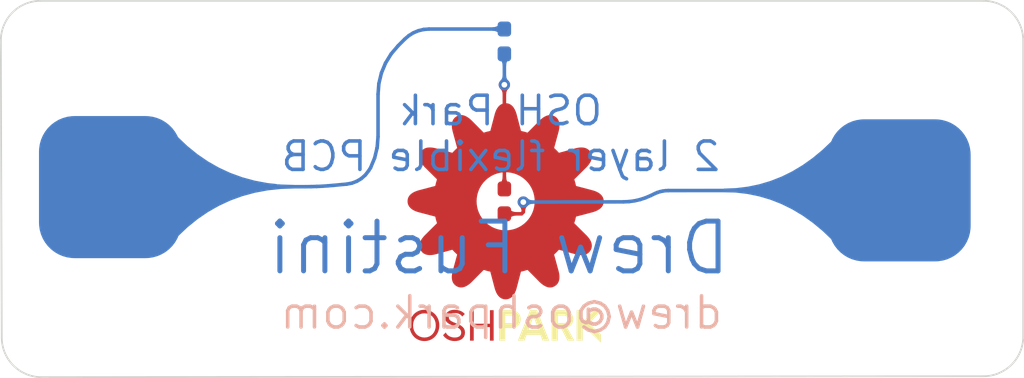
<source format=kicad_pcb>
(kicad_pcb (version 20171130) (host pcbnew 5.1.5-52549c5~84~ubuntu19.04.1)

  (general
    (thickness 1.6)
    (drawings 12)
    (tracks 55)
    (zones 0)
    (modules 5)
    (nets 4)
  )

  (page A4)
  (layers
    (0 F.Cu signal)
    (31 B.Cu signal)
    (32 B.Adhes user)
    (33 F.Adhes user)
    (34 B.Paste user)
    (35 F.Paste user)
    (36 B.SilkS user)
    (37 F.SilkS user)
    (38 B.Mask user)
    (39 F.Mask user)
    (40 Dwgs.User user)
    (41 Cmts.User user)
    (42 Eco1.User user)
    (43 Eco2.User user)
    (44 Edge.Cuts user)
    (45 Margin user)
    (46 B.CrtYd user)
    (47 F.CrtYd user)
    (48 B.Fab user)
    (49 F.Fab user)
  )

  (setup
    (last_trace_width 0.25)
    (trace_clearance 0.2)
    (zone_clearance 0.508)
    (zone_45_only no)
    (trace_min 0.2)
    (via_size 0.8)
    (via_drill 0.4)
    (via_min_size 0.4)
    (via_min_drill 0.3)
    (uvia_size 0.3)
    (uvia_drill 0.1)
    (uvias_allowed no)
    (uvia_min_size 0.2)
    (uvia_min_drill 0.1)
    (edge_width 0.05)
    (segment_width 0.2)
    (pcb_text_width 0.3)
    (pcb_text_size 1.5 1.5)
    (mod_edge_width 0.12)
    (mod_text_size 1 1)
    (mod_text_width 0.15)
    (pad_size 1.524 1.524)
    (pad_drill 0.762)
    (pad_to_mask_clearance 0.051)
    (solder_mask_min_width 0.25)
    (aux_axis_origin 0 0)
    (visible_elements FFFFFF7F)
    (pcbplotparams
      (layerselection 0x010fc_ffffffff)
      (usegerberextensions false)
      (usegerberattributes false)
      (usegerberadvancedattributes false)
      (creategerberjobfile false)
      (excludeedgelayer true)
      (linewidth 0.100000)
      (plotframeref false)
      (viasonmask false)
      (mode 1)
      (useauxorigin false)
      (hpglpennumber 1)
      (hpglpenspeed 20)
      (hpglpendiameter 15.000000)
      (psnegative false)
      (psa4output false)
      (plotreference true)
      (plotvalue true)
      (plotinvisibletext false)
      (padsonsilk false)
      (subtractmaskfromsilk false)
      (outputformat 1)
      (mirror false)
      (drillshape 1)
      (scaleselection 1)
      (outputdirectory ""))
  )

  (net 0 "")
  (net 1 GND)
  (net 2 "Net-(D1-Pad2)")
  (net 3 +3V3)

  (net_class Default "This is the default net class."
    (clearance 0.2)
    (trace_width 0.25)
    (via_dia 0.8)
    (via_drill 0.4)
    (uvia_dia 0.3)
    (uvia_drill 0.1)
    (add_net +3V3)
    (add_net GND)
    (add_net "Net-(D1-Pad2)")
  )

  (module touch:TestPoint_Pad_4.0x4.0mm (layer B.Cu) (tedit 5DF7CA08) (tstamp 5DF409A2)
    (at 181.2925 53.975)
    (descr "SMD rectangular pad as test Point, square 4.0mm side length")
    (tags "test point SMD pad rectangle square")
    (path /5DF4886B)
    (attr virtual)
    (fp_text reference J2 (at 0 2.898) (layer B.SilkS) hide
      (effects (font (size 1 1) (thickness 0.15)) (justify mirror))
    )
    (fp_text value Conn_01x01_Female (at 0 -3.1) (layer B.Fab)
      (effects (font (size 1 1) (thickness 0.15)) (justify mirror))
    )
    (fp_text user %R (at 0 2.9) (layer B.Fab)
      (effects (font (size 1 1) (thickness 0.15)) (justify mirror))
    )
    (fp_line (start -2.5 2.5) (end 2.5 2.5) (layer B.CrtYd) (width 0.05))
    (fp_line (start -2.5 2.5) (end -2.5 -2.5) (layer B.CrtYd) (width 0.05))
    (fp_line (start 2.5 -2.5) (end 2.5 2.5) (layer B.CrtYd) (width 0.05))
    (fp_line (start 2.5 -2.5) (end -2.5 -2.5) (layer B.CrtYd) (width 0.05))
    (pad 1 smd roundrect (at 0 0) (size 10 10) (layers B.Cu B.Mask) (roundrect_rratio 0.25)
      (net 1 GND))
  )

  (module touch:TestPoint_Pad_4.0x4.0mm (layer B.Cu) (tedit 5DF7C9E5) (tstamp 5DF40995)
    (at 125.73 53.7464)
    (descr "SMD rectangular pad as test Point, square 4.0mm side length")
    (tags "test point SMD pad rectangle square")
    (path /5DF48217)
    (attr virtual)
    (fp_text reference J1 (at 0 2.898) (layer B.SilkS) hide
      (effects (font (size 1 1) (thickness 0.15)) (justify mirror))
    )
    (fp_text value Conn_01x01_Female (at 0 -3.1) (layer B.Fab)
      (effects (font (size 1 1) (thickness 0.15)) (justify mirror))
    )
    (fp_line (start 2.5 -2.5) (end -2.5 -2.5) (layer B.CrtYd) (width 0.05))
    (fp_line (start 2.5 -2.5) (end 2.5 2.5) (layer B.CrtYd) (width 0.05))
    (fp_line (start -2.5 2.5) (end -2.5 -2.5) (layer B.CrtYd) (width 0.05))
    (fp_line (start -2.5 2.5) (end 2.5 2.5) (layer B.CrtYd) (width 0.05))
    (fp_text user %R (at 0 2.9) (layer B.Fab)
      (effects (font (size 1 1) (thickness 0.15)) (justify mirror))
    )
    (pad 1 smd roundrect (at 0 0) (size 10 10) (layers B.Cu B.Mask) (roundrect_rratio 0.25)
      (net 3 +3V3))
  )

  (module Resistor_SMD:R_0603_1608Metric_Pad1.05x0.95mm_HandSolder (layer B.Cu) (tedit 5DF7C9BB) (tstamp 5DF3FEFD)
    (at 153.4795 43.4975 90)
    (descr "Resistor SMD 0603 (1608 Metric), square (rectangular) end terminal, IPC_7351 nominal with elongated pad for handsoldering. (Body size source: http://www.tortai-tech.com/upload/download/2011102023233369053.pdf), generated with kicad-footprint-generator")
    (tags "resistor handsolder")
    (path /5DF4085C)
    (attr smd)
    (fp_text reference R1 (at 0 1.43 270) (layer B.SilkS) hide
      (effects (font (size 1 1) (thickness 0.15)) (justify mirror))
    )
    (fp_text value R (at 0 -1.43 270) (layer B.Fab)
      (effects (font (size 1 1) (thickness 0.15)) (justify mirror))
    )
    (fp_line (start -0.8 -0.4) (end -0.8 0.4) (layer B.Fab) (width 0.1))
    (fp_line (start -0.8 0.4) (end 0.8 0.4) (layer B.Fab) (width 0.1))
    (fp_line (start 0.8 0.4) (end 0.8 -0.4) (layer B.Fab) (width 0.1))
    (fp_line (start 0.8 -0.4) (end -0.8 -0.4) (layer B.Fab) (width 0.1))
    (fp_line (start -1.65 -0.73) (end -1.65 0.73) (layer B.CrtYd) (width 0.05))
    (fp_line (start -1.65 0.73) (end 1.65 0.73) (layer B.CrtYd) (width 0.05))
    (fp_line (start 1.65 0.73) (end 1.65 -0.73) (layer B.CrtYd) (width 0.05))
    (fp_line (start 1.65 -0.73) (end -1.65 -0.73) (layer B.CrtYd) (width 0.05))
    (fp_text user %R (at 0 0 270) (layer B.Fab) hide
      (effects (font (size 0.4 0.4) (thickness 0.06)) (justify mirror))
    )
    (pad 1 smd roundrect (at -0.875 0 90) (size 1.05 0.95) (layers B.Cu B.Paste B.Mask) (roundrect_rratio 0.25)
      (net 2 "Net-(D1-Pad2)"))
    (pad 2 smd roundrect (at 0.875 0 90) (size 1.05 0.95) (layers B.Cu B.Paste B.Mask) (roundrect_rratio 0.25)
      (net 3 +3V3))
    (model ${KISYS3DMOD}/Resistor_SMD.3dshapes/R_0603_1608Metric.wrl
      (at (xyz 0 0 0))
      (scale (xyz 1 1 1))
      (rotate (xyz 0 0 0))
    )
  )

  (module LED_SMD:LED_0603_1608Metric_Pad1.05x0.95mm_HandSolder (layer F.Cu) (tedit 5DF7C974) (tstamp 5DF3FC46)
    (at 153.4795 54.751 90)
    (descr "LED SMD 0603 (1608 Metric), square (rectangular) end terminal, IPC_7351 nominal, (Body size source: http://www.tortai-tech.com/upload/download/2011102023233369053.pdf), generated with kicad-footprint-generator")
    (tags "LED handsolder")
    (path /5DF40B3F)
    (attr smd)
    (fp_text reference D1 (at 0.014 -1.43 90) (layer F.SilkS) hide
      (effects (font (size 1 1) (thickness 0.15)))
    )
    (fp_text value LED (at 0 1.43 90) (layer F.Fab) hide
      (effects (font (size 1 1) (thickness 0.15)))
    )
    (fp_line (start 0.8 -0.4) (end -0.5 -0.4) (layer F.Fab) (width 0.1))
    (fp_line (start -0.5 -0.4) (end -0.8 -0.1) (layer F.Fab) (width 0.1))
    (fp_line (start -0.8 -0.1) (end -0.8 0.4) (layer F.Fab) (width 0.1))
    (fp_line (start -0.8 0.4) (end 0.8 0.4) (layer F.Fab) (width 0.1))
    (fp_line (start 0.8 0.4) (end 0.8 -0.4) (layer F.Fab) (width 0.1))
    (fp_line (start -1.65 0.73) (end -1.65 -0.73) (layer F.CrtYd) (width 0.05))
    (fp_line (start -1.65 -0.73) (end 1.65 -0.73) (layer F.CrtYd) (width 0.05))
    (fp_line (start 1.65 -0.73) (end 1.65 0.73) (layer F.CrtYd) (width 0.05))
    (fp_line (start 1.65 0.73) (end -1.65 0.73) (layer F.CrtYd) (width 0.05))
    (pad 1 smd roundrect (at -0.875 0 90) (size 1.05 0.95) (layers F.Cu F.Paste F.Mask) (roundrect_rratio 0.25)
      (net 1 GND))
    (pad 2 smd roundrect (at 0.875 0 90) (size 1.05 0.95) (layers F.Cu F.Paste F.Mask) (roundrect_rratio 0.25)
      (net 2 "Net-(D1-Pad2)"))
    (model ${KISYS3DMOD}/LED_SMD.3dshapes/LED_0603_1608Metric.wrl
      (at (xyz 0 0 0))
      (scale (xyz 1 1 1))
      (rotate (xyz 0 0 0))
    )
  )

  (module afterdark:OSH_small_copper-mask (layer F.Cu) (tedit 5DF3FF89) (tstamp 5DF45F50)
    (at 153.5684 56.2864)
    (descr "Imported from OSHPARK.svg")
    (tags svg2mod)
    (attr smd)
    (fp_text reference OSH_small (at 0 -11.457835) (layer F.Cu) hide
      (effects (font (size 1.524 1.524) (thickness 0.3048)))
    )
    (fp_text value G*** (at 0 11.457835) (layer F.Cu) hide
      (effects (font (size 1.524 1.524) (thickness 0.3048)))
    )
    (fp_poly (pts (xy -5.71389 8.295375) (xy -5.71389 8.046425) (xy -5.88469 8.029425) (xy -6.03947 7.980425)
      (xy -6.17614 7.902625) (xy -6.29262 7.799265) (xy -6.38682 7.673515) (xy -6.45672 7.528545)
      (xy -6.50022 7.367545) (xy -6.51512 7.193705) (xy -6.50022 7.019865) (xy -6.45672 6.858865)
      (xy -6.38682 6.713895) (xy -6.29262 6.588145) (xy -6.17614 6.484785) (xy -6.03947 6.406985)
      (xy -5.88469 6.357985) (xy -5.71389 6.340985) (xy -5.54238 6.357985) (xy -5.38754 6.406985)
      (xy -5.25128 6.484785) (xy -5.13551 6.588145) (xy -5.04211 6.713895) (xy -4.97301 6.858865)
      (xy -4.93021 7.019865) (xy -4.91551 7.193705) (xy -4.93021 7.367545) (xy -4.97301 7.528545)
      (xy -5.04211 7.673515) (xy -5.13551 7.799265) (xy -5.25128 7.902625) (xy -5.38754 7.980425)
      (xy -5.54238 8.029425) (xy -5.71389 8.046425) (xy -5.71389 8.295375) (xy -5.60215 8.289375)
      (xy -5.49471 8.272675) (xy -5.39197 8.245575) (xy -5.29437 8.208575) (xy -5.20217 8.162275)
      (xy -5.11587 8.107175) (xy -5.03597 8.043775) (xy -4.96277 7.972775) (xy -4.89667 7.894575)
      (xy -4.83807 7.809775) (xy -4.78737 7.718975) (xy -4.74497 7.622675) (xy -4.71127 7.521405)
      (xy -4.68667 7.415745) (xy -4.67167 7.306225) (xy -4.66667 7.193415) (xy -4.67167 7.080595)
      (xy -4.68667 6.971085) (xy -4.71127 6.865415) (xy -4.74497 6.764145) (xy -4.78737 6.667845)
      (xy -4.83807 6.577045) (xy -4.89667 6.492245) (xy -4.96277 6.414045) (xy -5.03597 6.342945)
      (xy -5.11587 6.279545) (xy -5.20217 6.224445) (xy -5.29437 6.178145) (xy -5.39197 6.141145)
      (xy -5.49471 6.114045) (xy -5.60215 6.097345) (xy -5.71389 6.091345) (xy -5.82609 6.097345)
      (xy -5.93388 6.114045) (xy -6.03687 6.141145) (xy -6.13467 6.178145) (xy -6.22687 6.224445)
      (xy -6.31307 6.279545) (xy -6.39297 6.342945) (xy -6.46607 6.414045) (xy -6.53207 6.492245)
      (xy -6.59047 6.577045) (xy -6.64097 6.667845) (xy -6.68317 6.764145) (xy -6.71667 6.865415)
      (xy -6.74107 6.971085) (xy -6.75597 7.080595) (xy -6.76097 7.193415) (xy -6.75597 7.306225)
      (xy -6.74107 7.415745) (xy -6.71667 7.521405) (xy -6.68317 7.622675) (xy -6.64097 7.718975)
      (xy -6.59047 7.809775) (xy -6.53207 7.894575) (xy -6.46607 7.972775) (xy -6.39297 8.043775)
      (xy -6.31307 8.107175) (xy -6.22687 8.162275) (xy -6.13467 8.208575) (xy -6.03687 8.245575)
      (xy -5.93388 8.272675) (xy -5.82609 8.289375) (xy -5.71389 8.295375)) (layer F.Mask) (width 0))
    (fp_poly (pts (xy -1.10433 6.120635) (xy -1.10433 7.076375) (xy -2.24607 7.076375) (xy -2.24607 6.120635)
      (xy -2.50646 6.120635) (xy -2.50646 8.266755) (xy -2.24607 8.266755) (xy -2.24607 7.311015)
      (xy -1.10433 7.311015) (xy -1.10433 8.266755) (xy -0.84394 8.266755) (xy -0.84394 6.120635)
      (xy -1.10433 6.120635)) (layer F.Mask) (width 0))
    (fp_poly (pts (xy -3.5907 8.295375) (xy -3.44187 8.286375) (xy -3.30406 8.258975) (xy -3.18001 8.212975)
      (xy -3.07241 8.147975) (xy -2.98401 8.063675) (xy -2.91751 7.959725) (xy -2.87561 7.835805)
      (xy -2.86101 7.691555) (xy -2.87691 7.552235) (xy -2.92141 7.434915) (xy -2.98981 7.336615)
      (xy -3.07751 7.254415) (xy -3.17982 7.185415) (xy -3.29208 7.126615) (xy -3.52784 7.027715)
      (xy -3.70664 6.955515) (xy -3.85727 6.872815) (xy -3.91627 6.823915) (xy -3.96127 6.768115)
      (xy -3.98997 6.703915) (xy -4.00007 6.629915) (xy -3.99207 6.554915) (xy -3.96807 6.490615)
      (xy -3.93017 6.436915) (xy -3.88027 6.393515) (xy -3.82017 6.360115) (xy -3.75177 6.336615)
      (xy -3.67677 6.322615) (xy -3.59697 6.317615) (xy -3.50107 6.322615) (xy -3.41297 6.336315)
      (xy -3.33277 6.358215) (xy -3.26037 6.387715) (xy -3.19597 6.424015) (xy -3.13947 6.466415)
      (xy -3.05047 6.566885) (xy -2.87592 6.389475) (xy -2.93462 6.327375) (xy -3.00322 6.270575)
      (xy -3.08132 6.219875) (xy -3.16862 6.176275) (xy -3.26472 6.140775) (xy -3.36936 6.114275)
      (xy -3.48217 6.097675) (xy -3.60284 6.091675) (xy -3.73476 6.100675) (xy -3.85823 6.127675)
      (xy -3.97043 6.172275) (xy -4.06853 6.234275) (xy -4.14973 6.313275) (xy -4.21123 6.408975)
      (xy -4.25023 6.521165) (xy -4.26383 6.649475) (xy -4.24983 6.769025) (xy -4.21043 6.869725)
      (xy -4.14943 6.954225) (xy -4.07063 7.025125) (xy -3.97793 7.085025) (xy -3.87509 7.136525)
      (xy -3.6543 7.224725) (xy -3.4565 7.304325) (xy -3.3666 7.348925) (xy -3.2866 7.399625)
      (xy -3.2195 7.458525) (xy -3.1682 7.527725) (xy -3.1357 7.609325) (xy -3.1249 7.705425)
      (xy -3.1349 7.789025) (xy -3.1618 7.860025) (xy -3.2038 7.918825) (xy -3.2593 7.965825)
      (xy -3.3266 8.001625) (xy -3.404 8.026625) (xy -3.4899 8.041225) (xy -3.5826 8.046225)
      (xy -3.69075 8.039225) (xy -3.79323 8.020125) (xy -3.88863 7.989225) (xy -3.97563 7.947425)
      (xy -4.05283 7.895625) (xy -4.11893 7.834625) (xy -4.17243 7.765125) (xy -4.21203 7.688125)
      (xy -4.40088 7.879845) (xy -4.33778 7.967545) (xy -4.26108 8.047345) (xy -4.17208 8.118045)
      (xy -4.07218 8.178545) (xy -3.96276 8.227645) (xy -3.84518 8.264145) (xy -3.72084 8.286945)
      (xy -3.59109 8.294945) (xy -3.5907 8.295375)) (layer F.Mask) (width 0))
    (fp_poly (pts (xy 0.00118 -8.409695) (xy 0.00043 -3.623025) (xy 0.21316 -3.612325) (xy 0.41974 -3.580825)
      (xy 0.61914 -3.529525) (xy 0.81031 -3.459525) (xy 0.99219 -3.371925) (xy 1.16375 -3.267695)
      (xy 1.32394 -3.147905) (xy 1.4717 -3.013605) (xy 1.606 -2.865845) (xy 1.72579 -2.705655)
      (xy 1.83001 -2.534105) (xy 1.91761 -2.352215) (xy 1.98761 -2.161055) (xy 2.03891 -1.961655)
      (xy 2.07041 -1.755065) (xy 2.08111 -1.542335) (xy 2.07041 -1.329495) (xy 2.03891 -1.122805)
      (xy 1.98771 -0.923315) (xy 1.91781 -0.732055) (xy 1.83021 -0.550075) (xy 1.726 -0.378435)
      (xy 1.60622 -0.218175) (xy 1.47192 -0.070335) (xy 1.32415 0.064025) (xy 1.16396 0.183875)
      (xy 0.99238 0.288155) (xy 0.81047 0.375855) (xy 0.61928 0.445855) (xy 0.41984 0.497155)
      (xy 0.21321 0.528655) (xy 0.00043 0.539455) (xy -0.21235 0.528655) (xy -0.41897 0.497155)
      (xy -0.6184 0.445855) (xy -0.80958 0.375855) (xy -0.99147 0.288155) (xy -1.16302 0.183875)
      (xy -1.3232 0.064025) (xy -1.47095 -0.070335) (xy -1.60524 -0.218175) (xy -1.72501 -0.378435)
      (xy -1.82922 -0.550075) (xy -1.91682 -0.732055) (xy -1.98682 -0.923315) (xy -2.03812 -1.122805)
      (xy -2.06962 -1.329495) (xy -2.08032 -1.542335) (xy -2.06962 -1.755065) (xy -2.03812 -1.961655)
      (xy -1.98682 -2.161055) (xy -1.91682 -2.352215) (xy -1.82922 -2.534105) (xy -1.72501 -2.705655)
      (xy -1.60524 -2.865845) (xy -1.47095 -3.013605) (xy -1.3232 -3.147905) (xy -1.16302 -3.267695)
      (xy -0.99147 -3.371925) (xy -0.80958 -3.459525) (xy -0.6184 -3.529525) (xy -0.41897 -3.580825)
      (xy -0.21235 -3.612325) (xy 0.00043 -3.623025) (xy 0.00118 -8.409695) (xy -0.14129 -8.393995)
      (xy -0.2674 -8.349495) (xy -0.378 -8.279795) (xy -0.4739 -8.188495) (xy -0.556 -8.079355)
      (xy -0.6251 -7.956025) (xy -0.6821 -7.822195) (xy -0.7278 -7.681515) (xy -1.04856 -6.462625)
      (xy -1.30304 -6.403425) (xy -1.55293 -6.331225) (xy -2.43795 -7.223815) (xy -2.5541 -7.325575)
      (xy -2.67331 -7.414275) (xy -2.79523 -7.486675) (xy -2.91953 -7.539575) (xy -3.04586 -7.569675)
      (xy -3.17388 -7.573675) (xy -3.30323 -7.548275) (xy -3.43358 -7.490275) (xy -3.54913 -7.405275)
      (xy -3.63603 -7.303485) (xy -3.69693 -7.187695) (xy -3.73433 -7.060655) (xy -3.75073 -6.925095)
      (xy -3.74873 -6.783755) (xy -3.73103 -6.639375) (xy -3.70003 -6.494705) (xy -3.36893 -5.282225)
      (xy -3.55878 -5.102185) (xy -3.73879 -4.912505) (xy -4.95156 -5.242875) (xy -5.10317 -5.273475)
      (xy -5.25088 -5.290975) (xy -5.39277 -5.292975) (xy -5.5269 -5.276575) (xy -5.65135 -5.239375)
      (xy -5.76419 -5.178675) (xy -5.86349 -5.091975) (xy -5.94729 -4.976645) (xy -6.00489 -4.845335)
      (xy -6.02929 -4.713775) (xy -6.02429 -4.583095) (xy -5.99309 -4.454385) (xy -5.93949 -4.328745)
      (xy -5.86709 -4.207285) (xy -5.77959 -4.091105) (xy -5.68049 -3.981305) (xy -4.78848 -3.096875)
      (xy -4.86248 -2.846755) (xy -4.92388 -2.591195) (xy -6.13913 -2.271315) (xy -6.28557 -2.221815)
      (xy -6.42211 -2.163015) (xy -6.54579 -2.093715) (xy -6.65364 -2.012515) (xy -6.74264 -1.918115)
      (xy -6.80994 -1.809295) (xy -6.85244 -1.684715) (xy -6.86724 -1.543065) (xy -6.85154 -1.400675)
      (xy -6.80704 -1.274595) (xy -6.73724 -1.163985) (xy -6.64594 -1.068085) (xy -6.5368 -0.985985)
      (xy -6.41347 -0.916885) (xy -6.27964 -0.859985) (xy -6.13897 -0.814385) (xy -4.92372 -0.494365)
      (xy -4.86232 -0.239235) (xy -4.78842 0.010885) (xy -5.68043 0.895605) (xy -5.78261 1.011585)
      (xy -5.87161 1.130695) (xy -5.94411 1.252585) (xy -5.99701 1.376885) (xy -6.02701 1.503265)
      (xy -6.03101 1.631355) (xy -6.00551 1.760795) (xy -5.94741 1.891235) (xy -5.86251 2.006695)
      (xy -5.76079 2.093495) (xy -5.64502 2.154295) (xy -5.51794 2.191595) (xy -5.38232 2.207995)
      (xy -5.24091 2.205995) (xy -5.09648 2.188395) (xy -4.95178 2.157595) (xy -3.73916 1.826495)
      (xy -3.55915 2.015885) (xy -3.36929 2.196065) (xy -3.70039 3.409125) (xy -3.73109 3.560565)
      (xy -3.74869 3.708175) (xy -3.75069 3.850005) (xy -3.73429 3.984105) (xy -3.69709 4.108515)
      (xy -3.63639 4.221295) (xy -3.54959 4.320495) (xy -3.43416 4.404195) (xy -3.30285 4.461895)
      (xy -3.17132 4.486395) (xy -3.04066 4.481395) (xy -2.91197 4.450195) (xy -2.78636 4.396595)
      (xy -2.66492 4.324295) (xy -2.54876 4.236795) (xy -2.43897 4.137795) (xy -1.55409 3.245195)
      (xy -1.30401 3.319295) (xy -1.0487 3.380995) (xy -0.72882 4.596245) (xy -0.67942 4.742405)
      (xy -0.62072 4.878745) (xy -0.55142 5.002265) (xy -0.47012 5.110005) (xy -0.37562 5.199005)
      (xy -0.26663 5.266305) (xy -0.14183 5.308805) (xy 0.0001 5.323605) (xy 0.1423 5.307905)
      (xy 0.26821 5.263405) (xy 0.37868 5.193705) (xy 0.47448 5.102505) (xy 0.55658 4.993495)
      (xy 0.62568 4.870315) (xy 0.68268 4.736655) (xy 0.72838 4.596185) (xy 1.04825 3.380645)
      (xy 1.30343 3.319445) (xy 1.55379 3.245445) (xy 2.43852 4.137905) (xy 2.55442 4.240085)
      (xy 2.67348 4.329085) (xy 2.79535 4.401685) (xy 2.91965 4.454585) (xy 3.04602 4.484585)
      (xy 3.17409 4.488585) (xy 3.30349 4.462985) (xy 3.43386 4.404785) (xy 3.5493 4.319985)
      (xy 3.6361 4.218365) (xy 3.6969 4.102685) (xy 3.7342 3.975695) (xy 3.7507 3.840155)
      (xy 3.7487 3.698805) (xy 3.7312 3.554415) (xy 3.7006 3.409725) (xy 3.36921 2.196675)
      (xy 3.55866 2.016495) (xy 3.73849 1.827095) (xy 4.95155 2.158195) (xy 5.10316 2.188595)
      (xy 5.25086 2.205995) (xy 5.39274 2.207995) (xy 5.52685 2.191495) (xy 5.65126 2.154195)
      (xy 5.76405 2.093495) (xy 5.86325 2.006695) (xy 5.94695 1.891265) (xy 6.00455 1.759975)
      (xy 6.02895 1.628485) (xy 6.02395 1.497875) (xy 5.99275 1.369255) (xy 5.93915 1.243685)
      (xy 5.86685 1.122265) (xy 5.77935 1.006085) (xy 5.68035 0.896225) (xy 4.78804 0.011495)
      (xy 4.86214 -0.238625) (xy 4.92344 -0.493755) (xy 6.13868 -0.813785) (xy 6.28522 -0.863185)
      (xy 6.42183 -0.921885) (xy 6.54556 -0.991285) (xy 6.65344 -1.072585) (xy 6.74254 -1.167085)
      (xy 6.80984 -1.276075) (xy 6.85244 -1.400845) (xy 6.86724 -1.542705) (xy 6.85194 -1.684715)
      (xy 6.80764 -1.810495) (xy 6.73804 -1.920855) (xy 6.64694 -2.016655) (xy 6.53789 -2.098655)
      (xy 6.41461 -2.167755) (xy 6.2808 -2.224755) (xy 6.14013 -2.270455) (xy 4.92488 -2.590335)
      (xy 4.86358 -2.845855) (xy 4.78948 -3.095735) (xy 5.68179 -3.980895) (xy 5.78395 -4.096695)
      (xy 5.87285 -4.215675) (xy 5.94535 -4.337485) (xy 5.99815 -4.461745) (xy 6.02805 -4.588095)
      (xy 6.03205 -4.716185) (xy 6.00655 -4.845635) (xy 5.94845 -4.976085) (xy 5.86365 -5.091375)
      (xy 5.76206 -5.178075) (xy 5.64641 -5.238875) (xy 5.51943 -5.276175) (xy 5.38387 -5.292675)
      (xy 5.24246 -5.290675) (xy 5.09796 -5.273075) (xy 4.9531 -5.242275) (xy 3.74019 -4.911755)
      (xy 3.5604 -5.101105) (xy 3.3712 -5.281035) (xy 3.70215 -6.493945) (xy 3.73265 -6.645465)
      (xy 3.75005 -6.793085) (xy 3.75205 -6.934915) (xy 3.73565 -7.069005) (xy 3.69835 -7.193445)
      (xy 3.63755 -7.306295) (xy 3.55075 -7.405695) (xy 3.43522 -7.489595) (xy 3.30408 -7.547095)
      (xy 3.17265 -7.571395) (xy 3.04204 -7.566395) (xy 2.91335 -7.535095) (xy 2.78769 -7.481395)
      (xy 2.66618 -7.408995) (xy 2.54992 -7.321595) (xy 2.44003 -7.222795) (xy 1.55545 -6.330485)
      (xy 1.30598 -6.402785) (xy 1.05107 -6.462485) (xy 0.73018 -7.681375) (xy 0.68058 -7.827915)
      (xy 0.62168 -7.964525) (xy 0.55228 -8.088255) (xy 0.47098 -8.196135) (xy 0.37658 -8.285235)
      (xy 0.2677 -8.352535) (xy 0.14304 -8.395035) (xy 0.0013 -8.409835) (xy 0.00118 -8.409695)) (layer F.Mask) (width 0.073847))
    (fp_poly (pts (xy 6.76111 6.120635) (xy 6.20884 6.120635) (xy 5.42765 6.959055) (xy 5.42765 6.120635)
      (xy 4.99557 6.120635) (xy 4.99557 8.266755) (xy 5.42765 8.266755) (xy 5.42765 7.193695)
      (xy 6.7096 8.409835) (xy 6.7096 7.831805) (xy 5.87118 7.056345) (xy 6.76111 6.120635)) (layer F.SilkS) (width 0))
    (fp_poly (pts (xy 4.31659 7.328185) (xy 4.11009 7.022185) (xy 3.67228 7.022185) (xy 3.67228 6.495675)
      (xy 4.11009 6.495675) (xy 4.16319 6.500675) (xy 4.21239 6.515675) (xy 4.25669 6.539575)
      (xy 4.29509 6.571375) (xy 4.32669 6.610075) (xy 4.35039 6.654875) (xy 4.36539 6.704775)
      (xy 4.37039 6.758775) (xy 4.36539 6.812775) (xy 4.35069 6.862675) (xy 4.32729 6.907475)
      (xy 4.29609 6.946175) (xy 4.25789 6.977975) (xy 4.21359 7.001875) (xy 4.16399 7.016875)
      (xy 4.11009 7.021875) (xy 4.11009 7.022185) (xy 4.31659 7.328185) (xy 4.41049 7.296585)
      (xy 4.49619 7.251785) (xy 4.57229 7.194785) (xy 4.63749 7.126585) (xy 4.69049 7.048185)
      (xy 4.72989 6.960585) (xy 4.75449 6.864785) (xy 4.76249 6.761805) (xy 4.74979 6.631575)
      (xy 4.71319 6.510755) (xy 4.65509 6.401815) (xy 4.57799 6.307215) (xy 4.48419 6.229415)
      (xy 4.37621 6.170715) (xy 4.25643 6.133715) (xy 4.12726 6.120815) (xy 3.2402 6.120815)
      (xy 3.2402 8.266935) (xy 3.67228 8.266935) (xy 3.67228 7.356985) (xy 3.88403 7.356985)
      (xy 4.35332 8.266935) (xy 4.83691 8.266935) (xy 4.31612 7.328365) (xy 4.31659 7.328185)) (layer F.SilkS) (width 0))
    (fp_poly (pts (xy 2.59844 8.266755) (xy 1.96319 6.558445) (xy 2.31515 7.505595) (xy 1.60836 7.505595)
      (xy 1.96319 6.558445) (xy 2.59844 8.266755) (xy 3.06487 8.266755) (xy 2.20355 6.120635)
      (xy 1.71996 6.120635) (xy 0.85865 8.266755) (xy 1.32508 8.266755) (xy 1.47674 7.860425)
      (xy 2.44678 7.860425) (xy 2.59844 8.266755)) (layer F.SilkS) (width 0))
    (fp_poly (pts (xy 0.00118 -8.409695) (xy 0.00043 -3.623025) (xy 0.21316 -3.612325) (xy 0.41974 -3.580825)
      (xy 0.61914 -3.529525) (xy 0.81031 -3.459525) (xy 0.99219 -3.371925) (xy 1.16375 -3.267695)
      (xy 1.32394 -3.147905) (xy 1.4717 -3.013605) (xy 1.606 -2.865845) (xy 1.72579 -2.705655)
      (xy 1.83001 -2.534105) (xy 1.91761 -2.352215) (xy 1.98761 -2.161055) (xy 2.03891 -1.961655)
      (xy 2.07041 -1.755065) (xy 2.08111 -1.542335) (xy 2.07041 -1.329495) (xy 2.03891 -1.122805)
      (xy 1.98771 -0.923315) (xy 1.91781 -0.732055) (xy 1.83021 -0.550075) (xy 1.726 -0.378435)
      (xy 1.60622 -0.218175) (xy 1.47192 -0.070335) (xy 1.32415 0.064025) (xy 1.16396 0.183875)
      (xy 0.99238 0.288155) (xy 0.81047 0.375855) (xy 0.61928 0.445855) (xy 0.41984 0.497155)
      (xy 0.21321 0.528655) (xy 0.00043 0.539455) (xy -0.21235 0.528655) (xy -0.41897 0.497155)
      (xy -0.6184 0.445855) (xy -0.80958 0.375855) (xy -0.99147 0.288155) (xy -1.16302 0.183875)
      (xy -1.3232 0.064025) (xy -1.47095 -0.070335) (xy -1.60524 -0.218175) (xy -1.72501 -0.378435)
      (xy -1.82922 -0.550075) (xy -1.91682 -0.732055) (xy -1.98682 -0.923315) (xy -2.03812 -1.122805)
      (xy -2.06962 -1.329495) (xy -2.08032 -1.542335) (xy -2.06962 -1.755065) (xy -2.03812 -1.961655)
      (xy -1.98682 -2.161055) (xy -1.91682 -2.352215) (xy -1.82922 -2.534105) (xy -1.72501 -2.705655)
      (xy -1.60524 -2.865845) (xy -1.47095 -3.013605) (xy -1.3232 -3.147905) (xy -1.16302 -3.267695)
      (xy -0.99147 -3.371925) (xy -0.80958 -3.459525) (xy -0.6184 -3.529525) (xy -0.41897 -3.580825)
      (xy -0.21235 -3.612325) (xy 0.00043 -3.623025) (xy 0.00118 -8.409695) (xy -0.14129 -8.393995)
      (xy -0.2674 -8.349495) (xy -0.378 -8.279795) (xy -0.4739 -8.188495) (xy -0.556 -8.079355)
      (xy -0.6251 -7.956025) (xy -0.6821 -7.822195) (xy -0.7278 -7.681515) (xy -1.04856 -6.462625)
      (xy -1.30304 -6.403425) (xy -1.55293 -6.331225) (xy -2.43795 -7.223815) (xy -2.5541 -7.325575)
      (xy -2.67331 -7.414275) (xy -2.79523 -7.486675) (xy -2.91953 -7.539575) (xy -3.04586 -7.569675)
      (xy -3.17388 -7.573675) (xy -3.30323 -7.548275) (xy -3.43358 -7.490275) (xy -3.54913 -7.405275)
      (xy -3.63603 -7.303485) (xy -3.69693 -7.187695) (xy -3.73433 -7.060655) (xy -3.75073 -6.925095)
      (xy -3.74873 -6.783755) (xy -3.73103 -6.639375) (xy -3.70003 -6.494705) (xy -3.36893 -5.282225)
      (xy -3.55878 -5.102185) (xy -3.73879 -4.912505) (xy -4.95156 -5.242875) (xy -5.10317 -5.273475)
      (xy -5.25088 -5.290975) (xy -5.39277 -5.292975) (xy -5.5269 -5.276575) (xy -5.65135 -5.239375)
      (xy -5.76419 -5.178675) (xy -5.86349 -5.091975) (xy -5.94729 -4.976645) (xy -6.00489 -4.845335)
      (xy -6.02929 -4.713775) (xy -6.02429 -4.583095) (xy -5.99309 -4.454385) (xy -5.93949 -4.328745)
      (xy -5.86709 -4.207285) (xy -5.77959 -4.091105) (xy -5.68049 -3.981305) (xy -4.78848 -3.096875)
      (xy -4.86248 -2.846755) (xy -4.92388 -2.591195) (xy -6.13913 -2.271315) (xy -6.28557 -2.221815)
      (xy -6.42211 -2.163015) (xy -6.54579 -2.093715) (xy -6.65364 -2.012515) (xy -6.74264 -1.918115)
      (xy -6.80994 -1.809295) (xy -6.85244 -1.684715) (xy -6.86724 -1.543065) (xy -6.85154 -1.400675)
      (xy -6.80704 -1.274595) (xy -6.73724 -1.163985) (xy -6.64594 -1.068085) (xy -6.5368 -0.985985)
      (xy -6.41347 -0.916885) (xy -6.27964 -0.859985) (xy -6.13897 -0.814385) (xy -4.92372 -0.494365)
      (xy -4.86232 -0.239235) (xy -4.78842 0.010885) (xy -5.68043 0.895605) (xy -5.78261 1.011585)
      (xy -5.87161 1.130695) (xy -5.94411 1.252585) (xy -5.99701 1.376885) (xy -6.02701 1.503265)
      (xy -6.03101 1.631355) (xy -6.00551 1.760795) (xy -5.94741 1.891235) (xy -5.86251 2.006695)
      (xy -5.76079 2.093495) (xy -5.64502 2.154295) (xy -5.51794 2.191595) (xy -5.38232 2.207995)
      (xy -5.24091 2.205995) (xy -5.09648 2.188395) (xy -4.95178 2.157595) (xy -3.73916 1.826495)
      (xy -3.55915 2.015885) (xy -3.36929 2.196065) (xy -3.70039 3.409125) (xy -3.73109 3.560565)
      (xy -3.74869 3.708175) (xy -3.75069 3.850005) (xy -3.73429 3.984105) (xy -3.69709 4.108515)
      (xy -3.63639 4.221295) (xy -3.54959 4.320495) (xy -3.43416 4.404195) (xy -3.30285 4.461895)
      (xy -3.17132 4.486395) (xy -3.04066 4.481395) (xy -2.91197 4.450195) (xy -2.78636 4.396595)
      (xy -2.66492 4.324295) (xy -2.54876 4.236795) (xy -2.43897 4.137795) (xy -1.55409 3.245195)
      (xy -1.30401 3.319295) (xy -1.0487 3.380995) (xy -0.72882 4.596245) (xy -0.67942 4.742405)
      (xy -0.62072 4.878745) (xy -0.55142 5.002265) (xy -0.47012 5.110005) (xy -0.37562 5.199005)
      (xy -0.26663 5.266305) (xy -0.14183 5.308805) (xy 0.0001 5.323605) (xy 0.1423 5.307905)
      (xy 0.26821 5.263405) (xy 0.37868 5.193705) (xy 0.47448 5.102505) (xy 0.55658 4.993495)
      (xy 0.62568 4.870315) (xy 0.68268 4.736655) (xy 0.72838 4.596185) (xy 1.04825 3.380645)
      (xy 1.30343 3.319445) (xy 1.55379 3.245445) (xy 2.43852 4.137905) (xy 2.55442 4.240085)
      (xy 2.67348 4.329085) (xy 2.79535 4.401685) (xy 2.91965 4.454585) (xy 3.04602 4.484585)
      (xy 3.17409 4.488585) (xy 3.30349 4.462985) (xy 3.43386 4.404785) (xy 3.5493 4.319985)
      (xy 3.6361 4.218365) (xy 3.6969 4.102685) (xy 3.7342 3.975695) (xy 3.7507 3.840155)
      (xy 3.7487 3.698805) (xy 3.7312 3.554415) (xy 3.7006 3.409725) (xy 3.36921 2.196675)
      (xy 3.55866 2.016495) (xy 3.73849 1.827095) (xy 4.95155 2.158195) (xy 5.10316 2.188595)
      (xy 5.25086 2.205995) (xy 5.39274 2.207995) (xy 5.52685 2.191495) (xy 5.65126 2.154195)
      (xy 5.76405 2.093495) (xy 5.86325 2.006695) (xy 5.94695 1.891265) (xy 6.00455 1.759975)
      (xy 6.02895 1.628485) (xy 6.02395 1.497875) (xy 5.99275 1.369255) (xy 5.93915 1.243685)
      (xy 5.86685 1.122265) (xy 5.77935 1.006085) (xy 5.68035 0.896225) (xy 4.78804 0.011495)
      (xy 4.86214 -0.238625) (xy 4.92344 -0.493755) (xy 6.13868 -0.813785) (xy 6.28522 -0.863185)
      (xy 6.42183 -0.921885) (xy 6.54556 -0.991285) (xy 6.65344 -1.072585) (xy 6.74254 -1.167085)
      (xy 6.80984 -1.276075) (xy 6.85244 -1.400845) (xy 6.86724 -1.542705) (xy 6.85194 -1.684715)
      (xy 6.80764 -1.810495) (xy 6.73804 -1.920855) (xy 6.64694 -2.016655) (xy 6.53789 -2.098655)
      (xy 6.41461 -2.167755) (xy 6.2808 -2.224755) (xy 6.14013 -2.270455) (xy 4.92488 -2.590335)
      (xy 4.86358 -2.845855) (xy 4.78948 -3.095735) (xy 5.68179 -3.980895) (xy 5.78395 -4.096695)
      (xy 5.87285 -4.215675) (xy 5.94535 -4.337485) (xy 5.99815 -4.461745) (xy 6.02805 -4.588095)
      (xy 6.03205 -4.716185) (xy 6.00655 -4.845635) (xy 5.94845 -4.976085) (xy 5.86365 -5.091375)
      (xy 5.76206 -5.178075) (xy 5.64641 -5.238875) (xy 5.51943 -5.276175) (xy 5.38387 -5.292675)
      (xy 5.24246 -5.290675) (xy 5.09796 -5.273075) (xy 4.9531 -5.242275) (xy 3.74019 -4.911755)
      (xy 3.5604 -5.101105) (xy 3.3712 -5.281035) (xy 3.70215 -6.493945) (xy 3.73265 -6.645465)
      (xy 3.75005 -6.793085) (xy 3.75205 -6.934915) (xy 3.73565 -7.069005) (xy 3.69835 -7.193445)
      (xy 3.63755 -7.306295) (xy 3.55075 -7.405695) (xy 3.43522 -7.489595) (xy 3.30408 -7.547095)
      (xy 3.17265 -7.571395) (xy 3.04204 -7.566395) (xy 2.91335 -7.535095) (xy 2.78769 -7.481395)
      (xy 2.66618 -7.408995) (xy 2.54992 -7.321595) (xy 2.44003 -7.222795) (xy 1.55545 -6.330485)
      (xy 1.30598 -6.402785) (xy 1.05107 -6.462485) (xy 0.73018 -7.681375) (xy 0.68058 -7.827915)
      (xy 0.62168 -7.964525) (xy 0.55228 -8.088255) (xy 0.47098 -8.196135) (xy 0.37658 -8.285235)
      (xy 0.2677 -8.352535) (xy 0.14304 -8.395035) (xy 0.0013 -8.409835) (xy 0.00118 -8.409695)) (layer F.Cu) (width 0.073847))
    (fp_poly (pts (xy 0.42791 6.120635) (xy -0.02711 6.495535) (xy 0.38781 6.495535) (xy 0.44521 6.500535)
      (xy 0.49851 6.515035) (xy 0.54661 6.538335) (xy 0.58851 6.569635) (xy 0.62301 6.608335)
      (xy 0.64901 6.653735) (xy 0.66541 6.705135) (xy 0.67141 6.761735) (xy 0.66541 6.820135)
      (xy 0.64901 6.872535) (xy 0.62301 6.918535) (xy 0.58851 6.957435) (xy 0.54661 6.988635)
      (xy 0.49851 7.011635) (xy 0.44521 7.025835) (xy 0.38781 7.030835) (xy 0.38781 7.030635)
      (xy -0.02711 7.030635) (xy -0.02711 6.495535) (xy 0.42791 6.120635) (xy -0.45915 6.120635)
      (xy -0.45915 8.266755) (xy -0.02707 8.266755) (xy -0.02707 7.382555) (xy 0.42791 7.382555)
      (xy 0.5579 7.370355) (xy 0.67807 7.335055) (xy 0.78609 7.278855) (xy 0.87969 7.203855)
      (xy 0.95649 7.112155) (xy 1.01419 7.006005) (xy 1.05049 6.887525) (xy 1.06309 6.758845)
      (xy 1.05049 6.630375) (xy 1.01419 6.510655) (xy 0.95649 6.402275) (xy 0.87969 6.307775)
      (xy 0.78609 6.229775) (xy 0.67807 6.170875) (xy 0.5579 6.133675) (xy 0.42791 6.120675)
      (xy 0.42791 6.120635)) (layer F.SilkS) (width 0))
    (fp_poly (pts (xy -1.10433 6.120635) (xy -1.10433 7.076375) (xy -2.24607 7.076375) (xy -2.24607 6.120635)
      (xy -2.50646 6.120635) (xy -2.50646 8.266755) (xy -2.24607 8.266755) (xy -2.24607 7.311015)
      (xy -1.10433 7.311015) (xy -1.10433 8.266755) (xy -0.84394 8.266755) (xy -0.84394 6.120635)
      (xy -1.10433 6.120635)) (layer F.Cu) (width 0))
    (fp_poly (pts (xy -3.5907 8.295375) (xy -3.44187 8.286375) (xy -3.30406 8.258975) (xy -3.18001 8.212975)
      (xy -3.07241 8.147975) (xy -2.98401 8.063675) (xy -2.91751 7.959725) (xy -2.87561 7.835805)
      (xy -2.86101 7.691555) (xy -2.87691 7.552235) (xy -2.92141 7.434915) (xy -2.98981 7.336615)
      (xy -3.07751 7.254415) (xy -3.17982 7.185415) (xy -3.29208 7.126615) (xy -3.52784 7.027715)
      (xy -3.70664 6.955515) (xy -3.85727 6.872815) (xy -3.91627 6.823915) (xy -3.96127 6.768115)
      (xy -3.98997 6.703915) (xy -4.00007 6.629915) (xy -3.99207 6.554915) (xy -3.96807 6.490615)
      (xy -3.93017 6.436915) (xy -3.88027 6.393515) (xy -3.82017 6.360115) (xy -3.75177 6.336615)
      (xy -3.67677 6.322615) (xy -3.59697 6.317615) (xy -3.50107 6.322615) (xy -3.41297 6.336315)
      (xy -3.33277 6.358215) (xy -3.26037 6.387715) (xy -3.19597 6.424015) (xy -3.13947 6.466415)
      (xy -3.05047 6.566885) (xy -2.87592 6.389475) (xy -2.93462 6.327375) (xy -3.00322 6.270575)
      (xy -3.08132 6.219875) (xy -3.16862 6.176275) (xy -3.26472 6.140775) (xy -3.36936 6.114275)
      (xy -3.48217 6.097675) (xy -3.60284 6.091675) (xy -3.73476 6.100675) (xy -3.85823 6.127675)
      (xy -3.97043 6.172275) (xy -4.06853 6.234275) (xy -4.14973 6.313275) (xy -4.21123 6.408975)
      (xy -4.25023 6.521165) (xy -4.26383 6.649475) (xy -4.24983 6.769025) (xy -4.21043 6.869725)
      (xy -4.14943 6.954225) (xy -4.07063 7.025125) (xy -3.97793 7.085025) (xy -3.87509 7.136525)
      (xy -3.6543 7.224725) (xy -3.4565 7.304325) (xy -3.3666 7.348925) (xy -3.2866 7.399625)
      (xy -3.2195 7.458525) (xy -3.1682 7.527725) (xy -3.1357 7.609325) (xy -3.1249 7.705425)
      (xy -3.1349 7.789025) (xy -3.1618 7.860025) (xy -3.2038 7.918825) (xy -3.2593 7.965825)
      (xy -3.3266 8.001625) (xy -3.404 8.026625) (xy -3.4899 8.041225) (xy -3.5826 8.046225)
      (xy -3.69075 8.039225) (xy -3.79323 8.020125) (xy -3.88863 7.989225) (xy -3.97563 7.947425)
      (xy -4.05283 7.895625) (xy -4.11893 7.834625) (xy -4.17243 7.765125) (xy -4.21203 7.688125)
      (xy -4.40088 7.879845) (xy -4.33778 7.967545) (xy -4.26108 8.047345) (xy -4.17208 8.118045)
      (xy -4.07218 8.178545) (xy -3.96276 8.227645) (xy -3.84518 8.264145) (xy -3.72084 8.286945)
      (xy -3.59109 8.294945) (xy -3.5907 8.295375)) (layer F.Cu) (width 0))
    (fp_poly (pts (xy -5.71389 8.295375) (xy -5.71389 8.046425) (xy -5.88469 8.029425) (xy -6.03947 7.980425)
      (xy -6.17614 7.902625) (xy -6.29262 7.799265) (xy -6.38682 7.673515) (xy -6.45672 7.528545)
      (xy -6.50022 7.367545) (xy -6.51512 7.193705) (xy -6.50022 7.019865) (xy -6.45672 6.858865)
      (xy -6.38682 6.713895) (xy -6.29262 6.588145) (xy -6.17614 6.484785) (xy -6.03947 6.406985)
      (xy -5.88469 6.357985) (xy -5.71389 6.340985) (xy -5.54238 6.357985) (xy -5.38754 6.406985)
      (xy -5.25128 6.484785) (xy -5.13551 6.588145) (xy -5.04211 6.713895) (xy -4.97301 6.858865)
      (xy -4.93021 7.019865) (xy -4.91551 7.193705) (xy -4.93021 7.367545) (xy -4.97301 7.528545)
      (xy -5.04211 7.673515) (xy -5.13551 7.799265) (xy -5.25128 7.902625) (xy -5.38754 7.980425)
      (xy -5.54238 8.029425) (xy -5.71389 8.046425) (xy -5.71389 8.295375) (xy -5.60215 8.289375)
      (xy -5.49471 8.272675) (xy -5.39197 8.245575) (xy -5.29437 8.208575) (xy -5.20217 8.162275)
      (xy -5.11587 8.107175) (xy -5.03597 8.043775) (xy -4.96277 7.972775) (xy -4.89667 7.894575)
      (xy -4.83807 7.809775) (xy -4.78737 7.718975) (xy -4.74497 7.622675) (xy -4.71127 7.521405)
      (xy -4.68667 7.415745) (xy -4.67167 7.306225) (xy -4.66667 7.193415) (xy -4.67167 7.080595)
      (xy -4.68667 6.971085) (xy -4.71127 6.865415) (xy -4.74497 6.764145) (xy -4.78737 6.667845)
      (xy -4.83807 6.577045) (xy -4.89667 6.492245) (xy -4.96277 6.414045) (xy -5.03597 6.342945)
      (xy -5.11587 6.279545) (xy -5.20217 6.224445) (xy -5.29437 6.178145) (xy -5.39197 6.141145)
      (xy -5.49471 6.114045) (xy -5.60215 6.097345) (xy -5.71389 6.091345) (xy -5.82609 6.097345)
      (xy -5.93388 6.114045) (xy -6.03687 6.141145) (xy -6.13467 6.178145) (xy -6.22687 6.224445)
      (xy -6.31307 6.279545) (xy -6.39297 6.342945) (xy -6.46607 6.414045) (xy -6.53207 6.492245)
      (xy -6.59047 6.577045) (xy -6.64097 6.667845) (xy -6.68317 6.764145) (xy -6.71667 6.865415)
      (xy -6.74107 6.971085) (xy -6.75597 7.080595) (xy -6.76097 7.193415) (xy -6.75597 7.306225)
      (xy -6.74107 7.415745) (xy -6.71667 7.521405) (xy -6.68317 7.622675) (xy -6.64097 7.718975)
      (xy -6.59047 7.809775) (xy -6.53207 7.894575) (xy -6.46607 7.972775) (xy -6.39297 8.043775)
      (xy -6.31307 8.107175) (xy -6.22687 8.162275) (xy -6.13467 8.208575) (xy -6.03687 8.245575)
      (xy -5.93388 8.272675) (xy -5.82609 8.289375) (xy -5.71389 8.295375)) (layer F.Cu) (width 0))
  )

  (gr_text "OSH Park\n2 layer flexible PCB" (at 153.21788 49.97704) (layer B.Cu) (tstamp 5DF05FE1)
    (effects (font (size 2 2) (thickness 0.25)) (justify mirror))
  )
  (gr_text "Drew Fustini" (at 153.0985 58.039) (layer B.Cu) (tstamp 5DF8B13E)
    (effects (font (size 3.5 3.5) (thickness 0.35)) (justify mirror))
  )
  (gr_line (start 120.8405 40.64) (end 187.198 40.64) (layer Edge.Cuts) (width 0.12) (tstamp 5DF060A9))
  (gr_line (start 118.0465 43.434) (end 118.11 64.3255) (layer Edge.Cuts) (width 0.12) (tstamp 5DF060A8))
  (gr_line (start 187.198 67.056) (end 120.904 67.1195) (layer Edge.Cuts) (width 0.12) (tstamp 5DF060A5))
  (gr_arc (start 120.904 64.3255) (end 118.11 64.3255) (angle -90) (layer Edge.Cuts) (width 0.12) (tstamp 5DF0608F))
  (gr_arc (start 120.8405 43.434) (end 120.8405 40.64) (angle -90) (layer Edge.Cuts) (width 0.12) (tstamp 5DF06088))
  (gr_line (start 189.992 43.434) (end 189.992 64.262) (layer Edge.Cuts) (width 0.12) (tstamp 5DF06086))
  (gr_arc (start 187.198 43.434) (end 189.992 43.434) (angle -90) (layer Edge.Cuts) (width 0.12) (tstamp 5DF0607F))
  (gr_arc (start 187.198 64.262) (end 187.198 67.056) (angle -90) (layer Edge.Cuts) (width 0.12))
  (gr_text "Drew Fustini" (at 153.0985 58.039) (layer B.Mask) (tstamp 5DE9D316)
    (effects (font (size 3.5 3.5) (thickness 0.35)) (justify mirror))
  )
  (gr_text drew@oshpark.com (at 153.2636 62.5856) (layer B.SilkS) (tstamp 5DF0603A)
    (effects (font (size 2.2 2.2) (thickness 0.25)) (justify mirror))
  )

  (segment (start 154.813 54.8005) (end 154.813 54.8005) (width 0.25) (layer B.Cu) (net 1))
  (segment (start 153.4795 55.626) (end 154.686 55.626) (width 0.25) (layer F.Cu) (net 1))
  (segment (start 154.813 55.499) (end 154.813 54.8005) (width 0.25) (layer F.Cu) (net 1))
  (segment (start 154.686 55.626) (end 154.813 55.499) (width 0.25) (layer F.Cu) (net 1))
  (via (at 154.813 54.8005) (size 0.8) (drill 0.4) (layers F.Cu B.Cu) (net 1))
  (segment (start 161.854642 54.78493) (end 154.813 54.8005) (width 0.25) (layer B.Cu) (net 1))
  (segment (start 161.854642 54.78493) (end 162.247489 54.766601) (width 0.25) (layer B.Cu) (net 1) (tstamp D9))
  (segment (start 162.247489 54.766601) (end 162.637161 54.713497) (width 0.25) (layer B.Cu) (net 1) (tstamp D9))
  (segment (start 162.637161 54.713497) (end 163.020587 54.626036) (width 0.25) (layer B.Cu) (net 1) (tstamp D9))
  (segment (start 163.020587 54.626036) (end 163.394743 54.504908) (width 0.25) (layer B.Cu) (net 1) (tstamp D9))
  (segment (start 163.394743 54.504908) (end 163.75668 54.351068) (width 0.25) (layer B.Cu) (net 1) (tstamp D9))
  (segment (start 165.010719 53.989785) (end 181.2925 53.975) (width 0.25) (layer B.Cu) (net 1))
  (segment (start 165.010719 53.989785) (end 164.814304 53.998717) (width 0.25) (layer B.Cu) (net 1) (tstamp D9))
  (segment (start 164.814304 53.998717) (end 164.619463 54.025089) (width 0.25) (layer B.Cu) (net 1) (tstamp D9))
  (segment (start 164.619463 54.025089) (end 164.427741 54.06869) (width 0.25) (layer B.Cu) (net 1) (tstamp D9))
  (segment (start 164.427741 54.06869) (end 164.240658 54.129175) (width 0.25) (layer B.Cu) (net 1) (tstamp D9))
  (segment (start 164.240658 54.129175) (end 164.059699 54.206065) (width 0.25) (layer B.Cu) (net 1) (tstamp D9))
  (segment (start 164.059699 54.206065) (end 163.75668 54.351068) (width 0.25) (layer B.Cu) (net 1))
  (via (at 153.4795 46.5455) (size 0.8) (drill 0.4) (layers F.Cu B.Cu) (net 2))
  (segment (start 153.4795 44.3725) (end 153.4795 46.5455) (width 0.25) (layer B.Cu) (net 2) (status 10))
  (segment (start 153.4795 46.5455) (end 153.4795 53.848) (width 0.25) (layer F.Cu) (net 2) (status 20))
  (segment (start 144.353179 51.689065) (end 144.063232 52.389059) (width 0.25) (layer B.Cu) (net 3) (tstamp E7))
  (segment (start 146.003713 43.797786) (end 145.511646 44.373921) (width 0.25) (layer B.Cu) (net 3) (tstamp E7))
  (segment (start 145.511646 44.373921) (end 145.115766 45.019939) (width 0.25) (layer B.Cu) (net 3) (tstamp E7))
  (segment (start 145.115766 45.019939) (end 144.825819 45.719933) (width 0.25) (layer B.Cu) (net 3) (tstamp E7))
  (segment (start 144.825819 45.719933) (end 144.648945 46.456667) (width 0.25) (layer B.Cu) (net 3) (tstamp E7))
  (segment (start 144.648945 46.456667) (end 144.5895 47.212) (width 0.25) (layer B.Cu) (net 3) (tstamp E7))
  (segment (start 144.5895 47.212) (end 144.5895 50.197) (width 0.25) (layer B.Cu) (net 3))
  (segment (start 148.179 42.6225) (end 153.4795 42.6225) (width 0.25) (layer B.Cu) (net 3))
  (segment (start 148.179 42.6225) (end 147.801333 42.652222) (width 0.25) (layer B.Cu) (net 3) (tstamp E7))
  (segment (start 147.801333 42.652222) (end 147.432966 42.740659) (width 0.25) (layer B.Cu) (net 3) (tstamp E7))
  (segment (start 147.432966 42.740659) (end 147.082969 42.885632) (width 0.25) (layer B.Cu) (net 3) (tstamp E7))
  (segment (start 147.082969 42.885632) (end 146.759959 43.083572) (width 0.25) (layer B.Cu) (net 3) (tstamp E7))
  (segment (start 146.759959 43.083572) (end 146.471892 43.329606) (width 0.25) (layer B.Cu) (net 3) (tstamp E7))
  (segment (start 146.471892 43.329606) (end 146.003713 43.797786) (width 0.25) (layer B.Cu) (net 3))
  (segment (start 142.387426 53.535587) (end 142.753061 53.467381) (width 0.25) (layer B.Cu) (net 3) (tstamp E7))
  (segment (start 142.753061 53.467381) (end 143.1005 53.334616) (width 0.25) (layer B.Cu) (net 3) (tstamp E7))
  (segment (start 143.1005 53.334616) (end 143.418445 53.141609) (width 0.25) (layer B.Cu) (net 3) (tstamp E7))
  (segment (start 143.418445 53.141609) (end 143.696555 52.894635) (width 0.25) (layer B.Cu) (net 3) (tstamp E7))
  (segment (start 143.696555 52.894635) (end 143.925787 52.60173) (width 0.25) (layer B.Cu) (net 3) (tstamp E7))
  (segment (start 143.925787 52.60173) (end 144.063232 52.389059) (width 0.25) (layer B.Cu) (net 3))
  (segment (start 139.477242 53.717986) (end 125.73 53.7464) (width 0.25) (layer B.Cu) (net 3))
  (segment (start 139.477242 53.717986) (end 139.876928 53.713479) (width 0.25) (layer B.Cu) (net 3) (tstamp E7))
  (segment (start 139.876928 53.713479) (end 140.276464 53.701616) (width 0.25) (layer B.Cu) (net 3) (tstamp E7))
  (segment (start 140.276464 53.701616) (end 140.675713 53.682398) (width 0.25) (layer B.Cu) (net 3) (tstamp E7))
  (segment (start 140.675713 53.682398) (end 141.074541 53.655833) (width 0.25) (layer B.Cu) (net 3) (tstamp E7))
  (segment (start 141.074541 53.655833) (end 141.472813 53.621931) (width 0.25) (layer B.Cu) (net 3) (tstamp E7))
  (segment (start 141.472813 53.621931) (end 142.387426 53.535587) (width 0.25) (layer B.Cu) (net 3))
  (segment (start 144.537899 50.85264) (end 144.5895 50.197) (width 0.25) (layer B.Cu) (net 3))
  (segment (start 144.537899 50.85264) (end 144.534141 50.892378) (width 0.25) (layer B.Cu) (net 3) (tstamp E7))
  (segment (start 144.534141 50.892378) (end 144.529138 50.931979) (width 0.25) (layer B.Cu) (net 3) (tstamp E7))
  (segment (start 144.529138 50.931979) (end 144.522894 50.971404) (width 0.25) (layer B.Cu) (net 3) (tstamp E7))
  (segment (start 144.522894 50.971404) (end 144.515414 51.010613) (width 0.25) (layer B.Cu) (net 3) (tstamp E7))
  (segment (start 144.515414 51.010613) (end 144.506708 51.049568) (width 0.25) (layer B.Cu) (net 3) (tstamp E7))
  (segment (start 144.506708 51.049568) (end 144.353179 51.689065) (width 0.25) (layer B.Cu) (net 3))

  (zone (net 1) (net_name GND) (layer B.Cu) (tstamp 0) (hatch edge 0.508)
    (priority 16962)
    (connect_pads yes (clearance 0.2))
    (min_thickness 0.0254)
    (fill yes (arc_segments 32) (thermal_gap 0.508) (thermal_bridge_width 0.508))
    (polygon
      (pts
        (xy 168.917322 54.1) (xy 169.770985 54.13375) (xy 170.604434 54.235) (xy 171.417669 54.40375) (xy 172.210691 54.64)
        (xy 172.983499 54.94375) (xy 173.736093 55.315) (xy 174.468474 55.75375) (xy 175.180641 56.26) (xy 175.872593 56.83375)
        (xy 176.544333 57.475) (xy 182.615047 53.975) (xy 176.544333 50.475) (xy 175.872593 51.11625) (xy 175.180641 51.69)
        (xy 174.468474 52.19625) (xy 173.736093 52.635) (xy 172.983499 53.00625) (xy 172.210691 53.31) (xy 171.417669 53.54625)
        (xy 170.604434 53.715) (xy 169.770985 53.81625) (xy 168.917322 53.85)
      )
    )
    (filled_polygon
      (pts
        (xy 182.589621 53.975) (xy 176.546226 57.45925) (xy 175.881362 56.824564) (xy 175.880699 56.823974) (xy 175.188747 56.250224)
        (xy 175.187999 56.249649) (xy 174.475832 55.743399) (xy 174.475001 55.742855) (xy 173.74262 55.304105) (xy 173.741711 55.30361)
        (xy 172.989117 54.93236) (xy 172.988145 54.93193) (xy 172.215337 54.62818) (xy 172.214317 54.627829) (xy 171.421295 54.391579)
        (xy 171.420249 54.391315) (xy 170.607014 54.222565) (xy 170.605966 54.222393) (xy 169.772517 54.121143) (xy 169.771487 54.12106)
        (xy 168.930022 54.087792) (xy 168.930022 53.862208) (xy 169.771487 53.82894) (xy 169.772517 53.828857) (xy 170.605966 53.727607)
        (xy 170.607014 53.727435) (xy 171.420249 53.558685) (xy 171.421295 53.558421) (xy 172.214317 53.322171) (xy 172.215337 53.32182)
        (xy 172.988145 53.01807) (xy 172.989117 53.01764) (xy 173.741711 52.64639) (xy 173.74262 52.645895) (xy 174.475001 52.207145)
        (xy 174.475832 52.206601) (xy 175.187999 51.700351) (xy 175.188747 51.699776) (xy 175.880699 51.126026) (xy 175.881362 51.125436)
        (xy 176.546226 50.49075)
      )
    )
  )
  (zone (net 1) (net_name GND) (layer F.Cu) (tstamp 0) (hatch edge 0.508)
    (priority 16962)
    (connect_pads yes (clearance 0.2))
    (min_thickness 0.0254)
    (fill yes (arc_segments 32) (thermal_gap 0.508) (thermal_bridge_width 0.508))
    (polygon
      (pts
        (xy 154.32447 55.501) (xy 154.264987 55.498925) (xy 154.207484 55.4927) (xy 154.15196 55.482325) (xy 154.098415 55.4678)
        (xy 154.04685 55.449125) (xy 153.997265 55.4263) (xy 153.949658 55.399325) (xy 153.904032 55.3682) (xy 153.860384 55.332925)
        (xy 153.818717 55.2935) (xy 153.242 55.626) (xy 153.818717 55.9585) (xy 153.860384 55.919074) (xy 153.904032 55.883799)
        (xy 153.949658 55.852674) (xy 153.997265 55.825699) (xy 154.04685 55.802874) (xy 154.098415 55.784199) (xy 154.15196 55.769674)
        (xy 154.207484 55.759299) (xy 154.264987 55.753074) (xy 154.32447 55.751)
      )
    )
    (filled_polygon
      (pts
        (xy 153.851655 55.34215) (xy 153.852401 55.342803) (xy 153.896049 55.378078) (xy 153.896875 55.378691) (xy 153.942501 55.409816)
        (xy 153.943397 55.410375) (xy 153.991004 55.43735) (xy 153.991955 55.437836) (xy 154.04154 55.460661) (xy 154.042525 55.461066)
        (xy 154.09409 55.479741) (xy 154.09509 55.480057) (xy 154.148635 55.494582) (xy 154.149627 55.494809) (xy 154.205151 55.505184)
        (xy 154.206117 55.505326) (xy 154.26362 55.511551) (xy 154.264544 55.511617) (xy 154.31177 55.513264) (xy 154.31177 55.738735)
        (xy 154.264544 55.740382) (xy 154.26362 55.740448) (xy 154.206117 55.746673) (xy 154.205151 55.746815) (xy 154.149627 55.75719)
        (xy 154.148635 55.757417) (xy 154.09509 55.771942) (xy 154.09409 55.772258) (xy 154.042525 55.790933) (xy 154.04154 55.791338)
        (xy 153.991955 55.814163) (xy 153.991004 55.814649) (xy 153.943397 55.841624) (xy 153.942501 55.842183) (xy 153.896875 55.873308)
        (xy 153.896049 55.873921) (xy 153.852401 55.909196) (xy 153.851655 55.909849) (xy 153.816861 55.942771) (xy 153.267426 55.626)
        (xy 153.816862 55.309229)
      )
    )
  )
  (zone (net 1) (net_name GND) (layer F.Cu) (tstamp 0) (hatch edge 0.508)
    (priority 16962)
    (connect_pads yes (clearance 0.2))
    (min_thickness 0.0254)
    (fill yes (arc_segments 32) (thermal_gap 0.508) (thermal_bridge_width 0.508))
    (polygon
      (pts
        (xy 154.938 55.464404) (xy 154.939549 55.419884) (xy 154.944199 55.376852) (xy 154.951949 55.335308) (xy 154.962799 55.295252)
        (xy 154.976749 55.256683) (xy 154.993799 55.219602) (xy 155.013949 55.184009) (xy 155.037199 55.149904) (xy 155.063549 55.117286)
        (xy 155.093 55.086157) (xy 154.813 54.6005) (xy 154.533 55.086157) (xy 154.56245 55.117286) (xy 154.5888 55.149904)
        (xy 154.61205 55.184009) (xy 154.6322 55.219602) (xy 154.64925 55.256683) (xy 154.6632 55.295252) (xy 154.67405 55.335308)
        (xy 154.6818 55.376852) (xy 154.68645 55.419884) (xy 154.688 55.464404)
      )
    )
    (filled_polygon
      (pts
        (xy 155.077272 55.084303) (xy 155.054324 55.108558) (xy 155.05367 55.109305) (xy 155.02732 55.141923) (xy 155.026705 55.14275)
        (xy 155.003455 55.176855) (xy 155.002897 55.177752) (xy 154.982747 55.213345) (xy 154.98226 55.214296) (xy 154.96521 55.251377)
        (xy 154.964806 55.252363) (xy 154.950856 55.290932) (xy 154.950541 55.291932) (xy 154.939691 55.331988) (xy 154.939464 55.332979)
        (xy 154.931714 55.374523) (xy 154.931573 55.375488) (xy 154.926923 55.41852) (xy 154.926857 55.419442) (xy 154.925734 55.451704)
        (xy 154.700265 55.451704) (xy 154.699142 55.419442) (xy 154.699076 55.41852) (xy 154.694426 55.375488) (xy 154.694285 55.374523)
        (xy 154.686535 55.332979) (xy 154.686308 55.331988) (xy 154.675458 55.291932) (xy 154.675143 55.290932) (xy 154.661193 55.252363)
        (xy 154.660789 55.251377) (xy 154.643739 55.214296) (xy 154.643252 55.213345) (xy 154.623102 55.177752) (xy 154.622544 55.176855)
        (xy 154.599294 55.14275) (xy 154.598679 55.141923) (xy 154.572329 55.109305) (xy 154.571676 55.108558) (xy 154.548728 55.084302)
        (xy 154.813 54.625926)
      )
    )
  )
  (zone (net 2) (net_name "Net-(D1-Pad2)") (layer B.Cu) (tstamp 0) (hatch edge 0.508)
    (priority 16962)
    (connect_pads yes (clearance 0.2))
    (min_thickness 0.0254)
    (fill yes (arc_segments 32) (thermal_gap 0.508) (thermal_bridge_width 0.508))
    (polygon
      (pts
        (xy 153.3545 45.881596) (xy 153.35295 45.926115) (xy 153.3483 45.969147) (xy 153.34055 46.010691) (xy 153.3297 46.050747)
        (xy 153.31575 46.089316) (xy 153.2987 46.126397) (xy 153.27855 46.16199) (xy 153.2553 46.196095) (xy 153.22895 46.228713)
        (xy 153.1995 46.259843) (xy 153.4795 46.7455) (xy 153.7595 46.259843) (xy 153.730049 46.228713) (xy 153.703699 46.196095)
        (xy 153.680449 46.16199) (xy 153.660299 46.126397) (xy 153.643249 46.089316) (xy 153.629299 46.050747) (xy 153.618449 46.010691)
        (xy 153.610699 45.969147) (xy 153.606049 45.926115) (xy 153.6045 45.881596)
      )
    )
    (filled_polygon
      (pts
        (xy 153.593357 45.926557) (xy 153.593423 45.927479) (xy 153.598073 45.970511) (xy 153.598214 45.971476) (xy 153.605964 46.01302)
        (xy 153.606191 46.014011) (xy 153.617041 46.054067) (xy 153.617356 46.055067) (xy 153.631306 46.093636) (xy 153.63171 46.094622)
        (xy 153.64876 46.131703) (xy 153.649247 46.132654) (xy 153.669397 46.168247) (xy 153.669955 46.169144) (xy 153.693205 46.203249)
        (xy 153.69382 46.204076) (xy 153.72017 46.236694) (xy 153.720823 46.237441) (xy 153.743772 46.261698) (xy 153.527488 46.63684)
        (xy 153.431512 46.63684) (xy 153.215228 46.261698) (xy 153.238176 46.237441) (xy 153.238829 46.236694) (xy 153.265179 46.204076)
        (xy 153.265794 46.203249) (xy 153.289044 46.169144) (xy 153.289602 46.168247) (xy 153.309752 46.132654) (xy 153.310239 46.131703)
        (xy 153.327289 46.094622) (xy 153.327693 46.093636) (xy 153.341643 46.055067) (xy 153.341958 46.054067) (xy 153.352808 46.014011)
        (xy 153.353035 46.01302) (xy 153.360785 45.971476) (xy 153.360926 45.970511) (xy 153.365576 45.927479) (xy 153.365642 45.926557)
        (xy 153.366765 45.894296) (xy 153.592235 45.894296)
      )
    )
  )
  (zone (net 2) (net_name "Net-(D1-Pad2)") (layer B.Cu) (tstamp 0) (hatch edge 0.508)
    (priority 16962)
    (connect_pads yes (clearance 0.2))
    (min_thickness 0.0254)
    (fill yes (arc_segments 32) (thermal_gap 0.508) (thermal_bridge_width 0.508))
    (polygon
      (pts
        (xy 153.6045 45.21747) (xy 153.606574 45.157987) (xy 153.612799 45.100484) (xy 153.623174 45.04496) (xy 153.637699 44.991415)
        (xy 153.656374 44.93985) (xy 153.679199 44.890265) (xy 153.706174 44.842658) (xy 153.737299 44.797032) (xy 153.772574 44.753384)
        (xy 153.812 44.711717) (xy 153.4795 44.135) (xy 153.147 44.711717) (xy 153.186425 44.753384) (xy 153.2217 44.797032)
        (xy 153.252825 44.842658) (xy 153.2798 44.890265) (xy 153.302625 44.93985) (xy 153.3213 44.991415) (xy 153.335825 45.04496)
        (xy 153.3462 45.100484) (xy 153.352425 45.157987) (xy 153.3545 45.21747)
      )
    )
    (filled_polygon
      (pts
        (xy 153.796271 44.709861) (xy 153.763349 44.744655) (xy 153.762696 44.745401) (xy 153.727421 44.789049) (xy 153.726808 44.789875)
        (xy 153.695683 44.835501) (xy 153.695124 44.836397) (xy 153.668149 44.884004) (xy 153.667663 44.884955) (xy 153.644838 44.93454)
        (xy 153.644433 44.935525) (xy 153.625758 44.98709) (xy 153.625442 44.98809) (xy 153.610917 45.041635) (xy 153.61069 45.042627)
        (xy 153.600315 45.098151) (xy 153.600173 45.099117) (xy 153.593948 45.15662) (xy 153.593882 45.157544) (xy 153.592235 45.20477)
        (xy 153.366764 45.20477) (xy 153.365117 45.157544) (xy 153.365051 45.15662) (xy 153.358826 45.099117) (xy 153.358684 45.098151)
        (xy 153.348309 45.042627) (xy 153.348082 45.041635) (xy 153.333557 44.98809) (xy 153.333241 44.98709) (xy 153.314566 44.935525)
        (xy 153.314161 44.93454) (xy 153.291336 44.884955) (xy 153.29085 44.884004) (xy 153.263875 44.836397) (xy 153.263316 44.835501)
        (xy 153.232191 44.789875) (xy 153.231578 44.789049) (xy 153.196303 44.745401) (xy 153.19565 44.744655) (xy 153.162729 44.709862)
        (xy 153.4795 44.160426)
      )
    )
  )
  (zone (net 2) (net_name "Net-(D1-Pad2)") (layer F.Cu) (tstamp 0) (hatch edge 0.508)
    (priority 16962)
    (connect_pads yes (clearance 0.2))
    (min_thickness 0.0254)
    (fill yes (arc_segments 32) (thermal_gap 0.508) (thermal_bridge_width 0.508))
    (polygon
      (pts
        (xy 153.6045 47.209404) (xy 153.606049 47.164884) (xy 153.610699 47.121852) (xy 153.618449 47.080308) (xy 153.629299 47.040252)
        (xy 153.643249 47.001683) (xy 153.660299 46.964602) (xy 153.680449 46.929009) (xy 153.703699 46.894904) (xy 153.730049 46.862286)
        (xy 153.7595 46.831157) (xy 153.4795 46.3455) (xy 153.1995 46.831157) (xy 153.22895 46.862286) (xy 153.2553 46.894904)
        (xy 153.27855 46.929009) (xy 153.2987 46.964602) (xy 153.31575 47.001683) (xy 153.3297 47.040252) (xy 153.34055 47.080308)
        (xy 153.3483 47.121852) (xy 153.35295 47.164884) (xy 153.3545 47.209404)
      )
    )
    (filled_polygon
      (pts
        (xy 153.743772 46.829303) (xy 153.720824 46.853558) (xy 153.72017 46.854305) (xy 153.69382 46.886923) (xy 153.693205 46.88775)
        (xy 153.669955 46.921855) (xy 153.669397 46.922752) (xy 153.649247 46.958345) (xy 153.64876 46.959296) (xy 153.63171 46.996377)
        (xy 153.631306 46.997363) (xy 153.617356 47.035932) (xy 153.617041 47.036932) (xy 153.606191 47.076988) (xy 153.605964 47.077979)
        (xy 153.598214 47.119523) (xy 153.598073 47.120488) (xy 153.593423 47.16352) (xy 153.593357 47.164442) (xy 153.592234 47.196704)
        (xy 153.366765 47.196704) (xy 153.365642 47.164442) (xy 153.365576 47.16352) (xy 153.360926 47.120488) (xy 153.360785 47.119523)
        (xy 153.353035 47.077979) (xy 153.352808 47.076988) (xy 153.341958 47.036932) (xy 153.341643 47.035932) (xy 153.327693 46.997363)
        (xy 153.327289 46.996377) (xy 153.310239 46.959296) (xy 153.309752 46.958345) (xy 153.289602 46.922752) (xy 153.289044 46.921855)
        (xy 153.265794 46.88775) (xy 153.265179 46.886923) (xy 153.238829 46.854305) (xy 153.238176 46.853558) (xy 153.215228 46.829302)
        (xy 153.4795 46.370926)
      )
    )
  )
  (zone (net 2) (net_name "Net-(D1-Pad2)") (layer F.Cu) (tstamp 0) (hatch edge 0.508)
    (priority 16962)
    (connect_pads yes (clearance 0.2))
    (min_thickness 0.0254)
    (fill yes (arc_segments 32) (thermal_gap 0.508) (thermal_bridge_width 0.508))
    (polygon
      (pts
        (xy 153.3545 53.00303) (xy 153.352425 53.067832) (xy 153.3462 53.130095) (xy 153.335825 53.189819) (xy 153.3213 53.247004)
        (xy 153.302625 53.301649) (xy 153.2798 53.353754) (xy 153.252825 53.403321) (xy 153.2217 53.450347) (xy 153.186425 53.494835)
        (xy 153.147 53.536783) (xy 153.4795 54.1135) (xy 153.812 53.536783) (xy 153.772574 53.494835) (xy 153.737299 53.450347)
        (xy 153.706174 53.403321) (xy 153.679199 53.353754) (xy 153.656374 53.301649) (xy 153.637699 53.247004) (xy 153.623174 53.189819)
        (xy 153.612799 53.130095) (xy 153.606574 53.067832) (xy 153.6045 53.00303)
      )
    )
    (filled_polygon
      (pts
        (xy 153.59388 53.068238) (xy 153.593937 53.069095) (xy 153.600162 53.131358) (xy 153.600286 53.132269) (xy 153.610661 53.191993)
        (xy 153.610865 53.192946) (xy 153.62539 53.250131) (xy 153.625681 53.251111) (xy 153.644356 53.305756) (xy 153.644741 53.306745)
        (xy 153.667566 53.35885) (xy 153.668044 53.359825) (xy 153.695019 53.409392) (xy 153.695584 53.41033) (xy 153.726709 53.457356)
        (xy 153.727348 53.458238) (xy 153.762623 53.502726) (xy 153.76332 53.503533) (xy 153.796288 53.53861) (xy 153.4795 54.088074)
        (xy 153.162712 53.53861) (xy 153.195679 53.503533) (xy 153.196376 53.502726) (xy 153.231651 53.458238) (xy 153.23229 53.457356)
        (xy 153.263415 53.41033) (xy 153.26398 53.409392) (xy 153.290955 53.359825) (xy 153.291433 53.35885) (xy 153.314258 53.306745)
        (xy 153.314643 53.305756) (xy 153.333318 53.251111) (xy 153.333609 53.250131) (xy 153.348134 53.192946) (xy 153.348338 53.191993)
        (xy 153.358713 53.132269) (xy 153.358837 53.131358) (xy 153.365062 53.069095) (xy 153.365118 53.068238) (xy 153.366799 53.01573)
        (xy 153.592199 53.01573)
      )
    )
  )
  (zone (net 3) (net_name +3V3) (layer B.Cu) (tstamp 0) (hatch edge 0.508)
    (priority 16962)
    (connect_pads yes (clearance 0.2))
    (min_thickness 0.0254)
    (fill yes (arc_segments 32) (thermal_gap 0.508) (thermal_bridge_width 0.508))
    (polygon
      (pts
        (xy 138.70146 53.595) (xy 137.739211 53.56125) (xy 136.808607 53.46) (xy 135.909647 53.29125) (xy 135.04233 53.055)
        (xy 134.206657 52.75125) (xy 133.402628 52.38) (xy 132.630242 51.94125) (xy 131.8895 51.435) (xy 131.180403 50.86125)
        (xy 130.502949 50.22) (xy 124.432235 53.72) (xy 130.502949 57.22) (xy 131.180403 56.57875) (xy 131.8895 56.005)
        (xy 132.630242 55.49875) (xy 133.402628 55.06) (xy 134.206657 54.68875) (xy 135.04233 54.385) (xy 135.909647 54.14875)
        (xy 136.808607 53.98) (xy 137.739211 53.87875) (xy 138.70146 53.845)
      )
    )
    (filled_polygon
      (pts
        (xy 131.171673 50.870473) (xy 131.172415 50.871123) (xy 131.881512 51.444873) (xy 131.882334 51.445485) (xy 132.623076 51.951735)
        (xy 132.623969 51.952293) (xy 133.396355 52.391043) (xy 133.397304 52.39153) (xy 134.201333 52.76278) (xy 134.202319 52.763186)
        (xy 135.037992 53.066936) (xy 135.038992 53.067254) (xy 135.906309 53.303504) (xy 135.907304 53.303732) (xy 136.806264 53.472482)
        (xy 136.807233 53.472625) (xy 137.451609 53.542733) (xy 137.451609 53.56224) (xy 137.630898 53.56224) (xy 137.737837 53.573875)
        (xy 137.738766 53.573942) (xy 138.68876 53.607262) (xy 138.68876 53.832738) (xy 137.738766 53.866058) (xy 137.737837 53.866125)
        (xy 136.807233 53.967375) (xy 136.806264 53.967518) (xy 135.907304 54.136268) (xy 135.906309 54.136496) (xy 135.038992 54.372746)
        (xy 135.037992 54.373064) (xy 134.202319 54.676814) (xy 134.201333 54.67722) (xy 133.397304 55.04847) (xy 133.396355 55.048957)
        (xy 132.623969 55.487707) (xy 132.623076 55.488265) (xy 131.882334 55.994515) (xy 131.881512 55.995127) (xy 131.172415 56.568877)
        (xy 131.171673 56.569527) (xy 130.501093 57.204271) (xy 124.457661 53.72) (xy 130.501093 50.235729)
      )
    )
  )
  (zone (net 3) (net_name +3V3) (layer B.Cu) (tstamp 0) (hatch edge 0.508)
    (priority 16962)
    (connect_pads yes (clearance 0.2))
    (min_thickness 0.0254)
    (fill yes (arc_segments 32) (thermal_gap 0.508) (thermal_bridge_width 0.508))
    (polygon
      (pts
        (xy 152.63453 42.7475) (xy 152.694012 42.749574) (xy 152.751515 42.755799) (xy 152.807039 42.766174) (xy 152.860584 42.780699)
        (xy 152.912149 42.799374) (xy 152.961734 42.822199) (xy 153.009341 42.849174) (xy 153.054967 42.880299) (xy 153.098615 42.915574)
        (xy 153.140283 42.955) (xy 153.717 42.6225) (xy 153.140283 42.29) (xy 153.098615 42.329425) (xy 153.054967 42.3647)
        (xy 153.009341 42.395825) (xy 152.961734 42.4228) (xy 152.912149 42.445625) (xy 152.860584 42.4643) (xy 152.807039 42.478825)
        (xy 152.751515 42.4892) (xy 152.694012 42.495425) (xy 152.63453 42.4975)
      )
    )
    (filled_polygon
      (pts
        (xy 153.691574 42.6225) (xy 153.142138 42.939271) (xy 153.107344 42.906349) (xy 153.106598 42.905696) (xy 153.06295 42.870421)
        (xy 153.062124 42.869808) (xy 153.016498 42.838683) (xy 153.015602 42.838124) (xy 152.967995 42.811149) (xy 152.967044 42.810663)
        (xy 152.917459 42.787838) (xy 152.916474 42.787433) (xy 152.864909 42.768758) (xy 152.863909 42.768442) (xy 152.810364 42.753917)
        (xy 152.809372 42.75369) (xy 152.753848 42.743315) (xy 152.752882 42.743173) (xy 152.695379 42.736948) (xy 152.694455 42.736882)
        (xy 152.64723 42.735235) (xy 152.64723 42.509764) (xy 152.694455 42.508117) (xy 152.695379 42.508051) (xy 152.752882 42.501826)
        (xy 152.753848 42.501684) (xy 152.809372 42.491309) (xy 152.810364 42.491082) (xy 152.863909 42.476557) (xy 152.864909 42.476241)
        (xy 152.916474 42.457566) (xy 152.917459 42.457161) (xy 152.967044 42.434336) (xy 152.967995 42.43385) (xy 153.015602 42.406875)
        (xy 153.016498 42.406316) (xy 153.062124 42.375191) (xy 153.06295 42.374578) (xy 153.106598 42.339303) (xy 153.107344 42.33865)
        (xy 153.142138 42.305729)
      )
    )
  )
  (zone (net 1) (net_name GND) (layer B.Cu) (tstamp 0) (hatch edge 0.508)
    (priority 16962)
    (connect_pads yes (clearance 0.2))
    (min_thickness 0.0254)
    (fill yes (arc_segments 32) (thermal_gap 0.508) (thermal_bridge_width 0.508))
    (polygon
      (pts
        (xy 155.476626 54.674033) (xy 155.432103 54.672581) (xy 155.389061 54.668026) (xy 155.3475 54.660368) (xy 155.30742 54.649606)
        (xy 155.26882 54.635742) (xy 155.231702 54.618774) (xy 155.196064 54.598703) (xy 155.161907 54.575528) (xy 155.129232 54.54925)
        (xy 155.098037 54.51987) (xy 154.613001 54.800942) (xy 155.099275 55.079867) (xy 155.130339 55.050348) (xy 155.162899 55.023926)
        (xy 155.196952 55.000601) (xy 155.232501 54.980372) (xy 155.269544 54.96324) (xy 155.308082 54.949205) (xy 155.348114 54.938266)
        (xy 155.389641 54.930424) (xy 155.432662 54.925679) (xy 155.477179 54.924031)
      )
    )
    (filled_polygon
      (pts
        (xy 155.120525 54.558495) (xy 155.121273 54.559147) (xy 155.153948 54.585425) (xy 155.154777 54.586037) (xy 155.188934 54.609212)
        (xy 155.189832 54.609769) (xy 155.22547 54.62984) (xy 155.226422 54.630324) (xy 155.26354 54.647292) (xy 155.264527 54.647694)
        (xy 155.303127 54.661558) (xy 155.304127 54.661872) (xy 155.344207 54.672634) (xy 155.345199 54.672858) (xy 155.38676 54.680516)
        (xy 155.387724 54.680655) (xy 155.430766 54.68521) (xy 155.431689 54.685274) (xy 155.463953 54.686326) (xy 155.464452 54.911794)
        (xy 155.432192 54.912988) (xy 155.43127 54.913056) (xy 155.388249 54.917801) (xy 155.387284 54.917945) (xy 155.345757 54.925787)
        (xy 155.344766 54.926015) (xy 155.304734 54.936954) (xy 155.303736 54.937272) (xy 155.265198 54.951307) (xy 155.264213 54.951713)
        (xy 155.22717 54.968845) (xy 155.22622 54.969334) (xy 155.190671 54.989563) (xy 155.189775 54.990123) (xy 155.155722 55.013448)
        (xy 155.154896 55.014064) (xy 155.122336 55.040486) (xy 155.121591 55.041142) (xy 155.097386 55.064143) (xy 154.638427 54.800886)
        (xy 155.096218 54.535602)
      )
    )
  )
)

</source>
